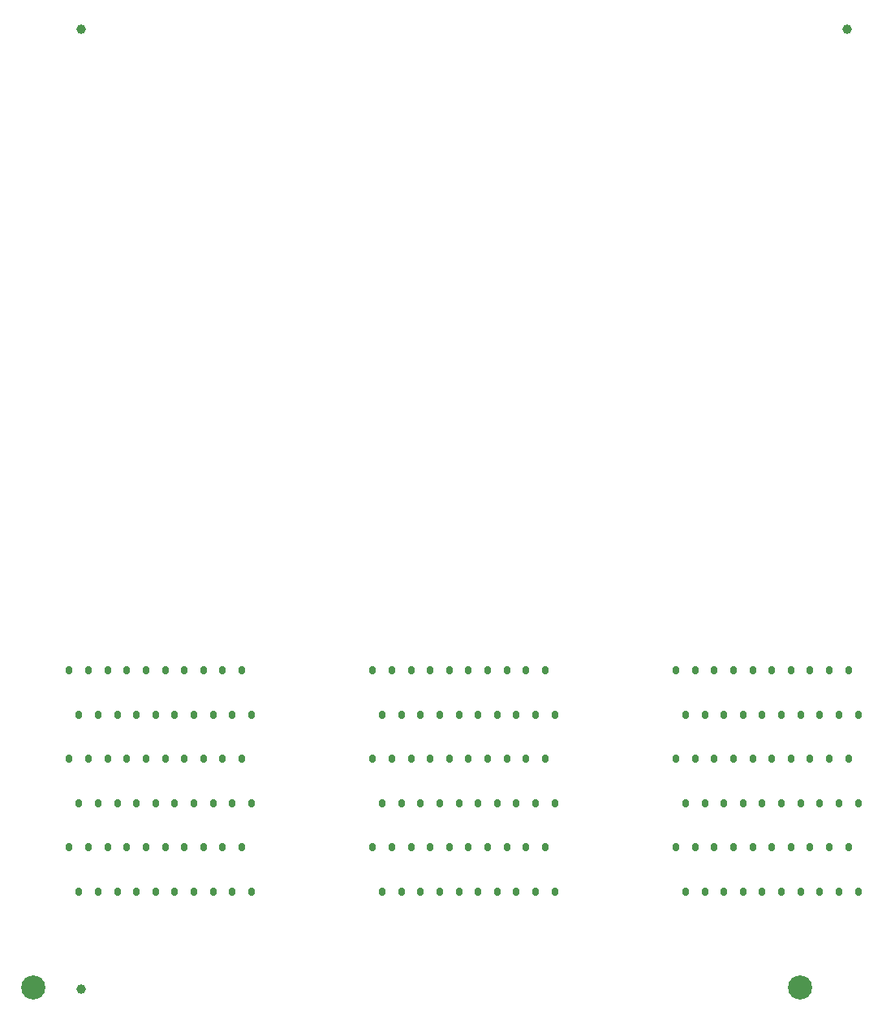
<source format=gbr>
%TF.GenerationSoftware,KiCad,Pcbnew,7.0.5*%
%TF.CreationDate,2023-08-02T13:00:21+02:00*%
%TF.ProjectId,actuator_panel,61637475-6174-46f7-925f-70616e656c2e,rev?*%
%TF.SameCoordinates,Original*%
%TF.FileFunction,Soldermask,Bot*%
%TF.FilePolarity,Negative*%
%FSLAX46Y46*%
G04 Gerber Fmt 4.6, Leading zero omitted, Abs format (unit mm)*
G04 Created by KiCad (PCBNEW 7.0.5) date 2023-08-02 13:00:21*
%MOMM*%
%LPD*%
G01*
G04 APERTURE LIST*
G04 Aperture macros list*
%AMRoundRect*
0 Rectangle with rounded corners*
0 $1 Rounding radius*
0 $2 $3 $4 $5 $6 $7 $8 $9 X,Y pos of 4 corners*
0 Add a 4 corners polygon primitive as box body*
4,1,4,$2,$3,$4,$5,$6,$7,$8,$9,$2,$3,0*
0 Add four circle primitives for the rounded corners*
1,1,$1+$1,$2,$3*
1,1,$1+$1,$4,$5*
1,1,$1+$1,$6,$7*
1,1,$1+$1,$8,$9*
0 Add four rect primitives between the rounded corners*
20,1,$1+$1,$2,$3,$4,$5,0*
20,1,$1+$1,$4,$5,$6,$7,0*
20,1,$1+$1,$6,$7,$8,$9,0*
20,1,$1+$1,$8,$9,$2,$3,0*%
G04 Aperture macros list end*
%ADD10RoundRect,0.150000X-0.150000X-0.250000X0.150000X-0.250000X0.150000X0.250000X-0.150000X0.250000X0*%
%ADD11C,2.510000*%
%ADD12C,1.000000*%
G04 APERTURE END LIST*
D10*
%TO.C,piezo1*%
X170615000Y-89350000D03*
X170615000Y-98600000D03*
X170615000Y-107850000D03*
X171615000Y-94000000D03*
X171615000Y-103250000D03*
X171615000Y-112500000D03*
X172615000Y-89350000D03*
X172615000Y-98600000D03*
X172615000Y-107850000D03*
X173615000Y-94000000D03*
X173615000Y-103250000D03*
X173615000Y-112500000D03*
X174615000Y-89350000D03*
X174615000Y-98600000D03*
X174615000Y-107850000D03*
X175615000Y-94000000D03*
X175615000Y-103250000D03*
X175615000Y-112500000D03*
X176615000Y-89350000D03*
X176615000Y-98600000D03*
X176615000Y-107850000D03*
X177615000Y-94000000D03*
X177615000Y-103250000D03*
X177615000Y-112500000D03*
X178615000Y-89350000D03*
X178615000Y-98600000D03*
X178615000Y-107850000D03*
X179615000Y-94000000D03*
X179615000Y-103250000D03*
X179615000Y-112500000D03*
X180615000Y-89350000D03*
X180615000Y-98600000D03*
X180615000Y-107850000D03*
X181615000Y-94000000D03*
X181615000Y-103250000D03*
X181615000Y-112500000D03*
X182615000Y-89350000D03*
X182615000Y-98600000D03*
X182615000Y-107850000D03*
X183615000Y-94000000D03*
X183615000Y-103250000D03*
X183615000Y-112500000D03*
X184615000Y-89350000D03*
X184615000Y-98600000D03*
X184615000Y-107850000D03*
X185615000Y-94000000D03*
X185615000Y-103250000D03*
X185615000Y-112500000D03*
X186615000Y-89350000D03*
X186615000Y-98600000D03*
X186615000Y-107850000D03*
X187615000Y-94000000D03*
X187615000Y-103250000D03*
X187615000Y-112500000D03*
X188615000Y-89350000D03*
X188615000Y-98600000D03*
X188615000Y-107850000D03*
X189615000Y-94000000D03*
X189615000Y-103250000D03*
X189615000Y-112500000D03*
%TD*%
%TO.C,piezo1*%
X107315000Y-89350000D03*
X107315000Y-98600000D03*
X107315000Y-107850000D03*
X108315000Y-94000000D03*
X108315000Y-103250000D03*
X108315000Y-112500000D03*
X109315000Y-89350000D03*
X109315000Y-98600000D03*
X109315000Y-107850000D03*
X110315000Y-94000000D03*
X110315000Y-103250000D03*
X110315000Y-112500000D03*
X111315000Y-89350000D03*
X111315000Y-98600000D03*
X111315000Y-107850000D03*
X112315000Y-94000000D03*
X112315000Y-103250000D03*
X112315000Y-112500000D03*
X113315000Y-89350000D03*
X113315000Y-98600000D03*
X113315000Y-107850000D03*
X114315000Y-94000000D03*
X114315000Y-103250000D03*
X114315000Y-112500000D03*
X115315000Y-89350000D03*
X115315000Y-98600000D03*
X115315000Y-107850000D03*
X116315000Y-94000000D03*
X116315000Y-103250000D03*
X116315000Y-112500000D03*
X117315000Y-89350000D03*
X117315000Y-98600000D03*
X117315000Y-107850000D03*
X118315000Y-94000000D03*
X118315000Y-103250000D03*
X118315000Y-112500000D03*
X119315000Y-89350000D03*
X119315000Y-98600000D03*
X119315000Y-107850000D03*
X120315000Y-94000000D03*
X120315000Y-103250000D03*
X120315000Y-112500000D03*
X121315000Y-89350000D03*
X121315000Y-98600000D03*
X121315000Y-107850000D03*
X122315000Y-94000000D03*
X122315000Y-103250000D03*
X122315000Y-112500000D03*
X123315000Y-89350000D03*
X123315000Y-98600000D03*
X123315000Y-107850000D03*
X124315000Y-94000000D03*
X124315000Y-103250000D03*
X124315000Y-112500000D03*
X125315000Y-89350000D03*
X125315000Y-98600000D03*
X125315000Y-107850000D03*
X126315000Y-94000000D03*
X126315000Y-103250000D03*
X126315000Y-112500000D03*
%TD*%
%TO.C,piezo1*%
X138965000Y-89350000D03*
X138965000Y-98600000D03*
X138965000Y-107850000D03*
X139965000Y-94000000D03*
X139965000Y-103250000D03*
X139965000Y-112500000D03*
X140965000Y-89350000D03*
X140965000Y-98600000D03*
X140965000Y-107850000D03*
X141965000Y-94000000D03*
X141965000Y-103250000D03*
X141965000Y-112500000D03*
X142965000Y-89350000D03*
X142965000Y-98600000D03*
X142965000Y-107850000D03*
X143965000Y-94000000D03*
X143965000Y-103250000D03*
X143965000Y-112500000D03*
X144965000Y-89350000D03*
X144965000Y-98600000D03*
X144965000Y-107850000D03*
X145965000Y-94000000D03*
X145965000Y-103250000D03*
X145965000Y-112500000D03*
X146965000Y-89350000D03*
X146965000Y-98600000D03*
X146965000Y-107850000D03*
X147965000Y-94000000D03*
X147965000Y-103250000D03*
X147965000Y-112500000D03*
X148965000Y-89350000D03*
X148965000Y-98600000D03*
X148965000Y-107850000D03*
X149965000Y-94000000D03*
X149965000Y-103250000D03*
X149965000Y-112500000D03*
X150965000Y-89350000D03*
X150965000Y-98600000D03*
X150965000Y-107850000D03*
X151965000Y-94000000D03*
X151965000Y-103250000D03*
X151965000Y-112500000D03*
X152965000Y-89350000D03*
X152965000Y-98600000D03*
X152965000Y-107850000D03*
X153965000Y-94000000D03*
X153965000Y-103250000D03*
X153965000Y-112500000D03*
X154965000Y-89350000D03*
X154965000Y-98600000D03*
X154965000Y-107850000D03*
X155965000Y-94000000D03*
X155965000Y-103250000D03*
X155965000Y-112500000D03*
X156965000Y-89350000D03*
X156965000Y-98600000D03*
X156965000Y-107850000D03*
X157965000Y-94000000D03*
X157965000Y-103250000D03*
X157965000Y-112500000D03*
%TD*%
D11*
%TO.C,REF\u002A\u002A*%
X183525000Y-122500000D03*
%TD*%
%TO.C,REF\u002A\u002A*%
X103525000Y-122500000D03*
%TD*%
D12*
%TO.C,REF\u002A\u002A*%
X108525000Y-22500000D03*
%TD*%
%TO.C,REF\u002A\u002A*%
X108525000Y-122700000D03*
%TD*%
%TO.C,REF\u002A\u002A*%
X188475000Y-22500000D03*
%TD*%
M02*

</source>
